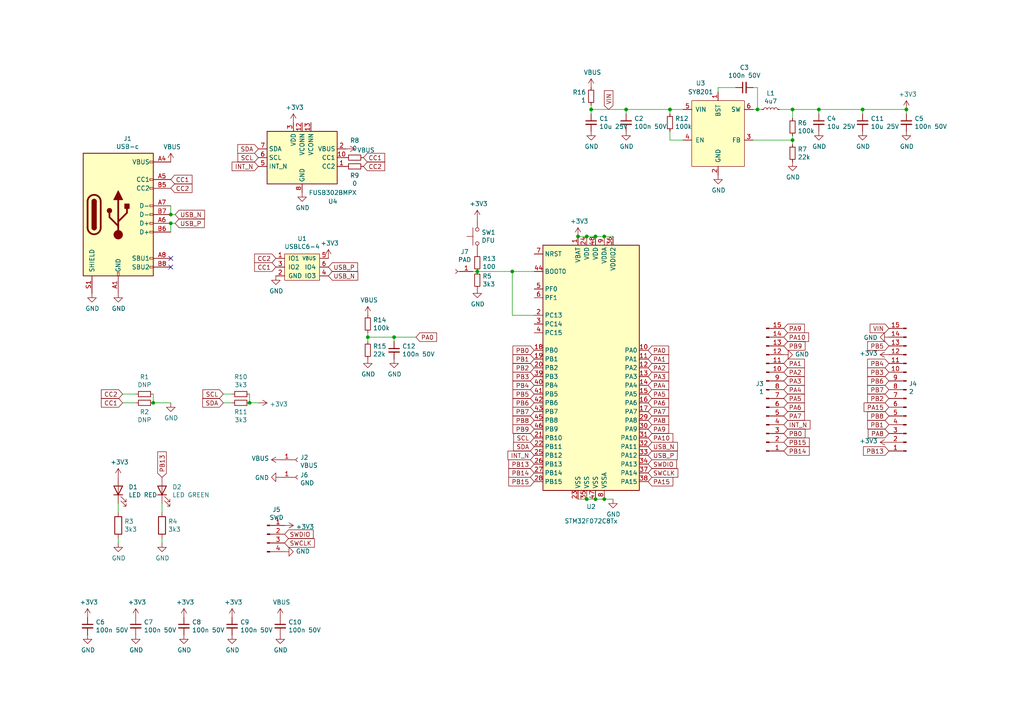
<source format=kicad_sch>
(kicad_sch (version 20211123) (generator eeschema)
  (paper "A4")
  (lib_symbols
    (symbol "Connector:Conn_01x01_Female" (pin_names (offset 1.016) hide)
      (property "Reference" "J" (at 0 2.54 0))
      (property "Value" "Conn_01x01_Female" (at 0 -2.54 0))
      (symbol "Conn_01x01_Female_1_1"
        (polyline (pts (xy -1.27 0) (xy -0.508 0)) (stroke (width 0.1524)))
        (arc (start 0 0.508) (mid -0.508 0) (end 0 -0.508) (stroke (width 0.1524)))
        (pin passive line (at -5.08 0 0) (length 3.81) (name "Pin_1") (number "1"))
      )
    )
    (symbol "Connector:Conn_01x04_Male" (pin_names (offset 1.016) hide)
      (property "Reference" "J" (at 0 5.08 0))
      (property "Value" "Conn_01x04_Male" (at 0 -7.62 0))
      (symbol "Conn_01x04_Male_1_1"
        (polyline (pts (xy 1.27 -5.08) (xy 0.8636 -5.08)) (stroke (width 0.1524)))
        (polyline (pts (xy 1.27 -2.54) (xy 0.8636 -2.54)) (stroke (width 0.1524)))
        (polyline (pts (xy 1.27 0) (xy 0.8636 0)) (stroke (width 0.1524)))
        (polyline (pts (xy 1.27 2.54) (xy 0.8636 2.54)) (stroke (width 0.1524)))
        (rectangle (start 0.8636 -4.953) (end 0 -5.207) (stroke (width 0.1524)) (fill (type outline)))
        (rectangle (start 0.8636 -2.413) (end 0 -2.667) (stroke (width 0.1524)) (fill (type outline)))
        (rectangle (start 0.8636 0.127) (end 0 -0.127) (stroke (width 0.1524)) (fill (type outline)))
        (rectangle (start 0.8636 2.667) (end 0 2.413) (stroke (width 0.1524)) (fill (type outline)))
        (pin passive line (at 5.08 2.54 180) (length 3.81) (name "Pin_1") (number "1"))
        (pin passive line (at 5.08 0 180) (length 3.81) (name "Pin_2") (number "2"))
        (pin passive line (at 5.08 -2.54 180) (length 3.81) (name "Pin_3") (number "3"))
        (pin passive line (at 5.08 -5.08 180) (length 3.81) (name "Pin_4") (number "4"))
      )
    )
    (symbol "Connector:Conn_01x15_Male" (pin_names (offset 1.016) hide)
      (property "Reference" "J" (at 0 20.32 0))
      (property "Value" "Conn_01x15_Male" (at 0 -20.32 0))
      (symbol "Conn_01x15_Male_1_1"
        (polyline (pts (xy 1.27 -17.78) (xy 0.8636 -17.78)) (stroke (width 0.1524)))
        (polyline (pts (xy 1.27 -15.24) (xy 0.8636 -15.24)) (stroke (width 0.1524)))
        (polyline (pts (xy 1.27 -12.7) (xy 0.8636 -12.7)) (stroke (width 0.1524)))
        (polyline (pts (xy 1.27 -10.16) (xy 0.8636 -10.16)) (stroke (width 0.1524)))
        (polyline (pts (xy 1.27 -7.62) (xy 0.8636 -7.62)) (stroke (width 0.1524)))
        (polyline (pts (xy 1.27 -5.08) (xy 0.8636 -5.08)) (stroke (width 0.1524)))
        (polyline (pts (xy 1.27 -2.54) (xy 0.8636 -2.54)) (stroke (width 0.1524)))
        (polyline (pts (xy 1.27 0) (xy 0.8636 0)) (stroke (width 0.1524)))
        (polyline (pts (xy 1.27 2.54) (xy 0.8636 2.54)) (stroke (width 0.1524)))
        (polyline (pts (xy 1.27 5.08) (xy 0.8636 5.08)) (stroke (width 0.1524)))
        (polyline (pts (xy 1.27 7.62) (xy 0.8636 7.62)) (stroke (width 0.1524)))
        (polyline (pts (xy 1.27 10.16) (xy 0.8636 10.16)) (stroke (width 0.1524)))
        (polyline (pts (xy 1.27 12.7) (xy 0.8636 12.7)) (stroke (width 0.1524)))
        (polyline (pts (xy 1.27 15.24) (xy 0.8636 15.24)) (stroke (width 0.1524)))
        (polyline (pts (xy 1.27 17.78) (xy 0.8636 17.78)) (stroke (width 0.1524)))
        (rectangle (start 0.8636 -17.653) (end 0 -17.907) (stroke (width 0.1524)) (fill (type outline)))
        (rectangle (start 0.8636 -15.113) (end 0 -15.367) (stroke (width 0.1524)) (fill (type outline)))
        (rectangle (start 0.8636 -12.573) (end 0 -12.827) (stroke (width 0.1524)) (fill (type outline)))
        (rectangle (start 0.8636 -10.033) (end 0 -10.287) (stroke (width 0.1524)) (fill (type outline)))
        (rectangle (start 0.8636 -7.493) (end 0 -7.747) (stroke (width 0.1524)) (fill (type outline)))
        (rectangle (start 0.8636 -4.953) (end 0 -5.207) (stroke (width 0.1524)) (fill (type outline)))
        (rectangle (start 0.8636 -2.413) (end 0 -2.667) (stroke (width 0.1524)) (fill (type outline)))
        (rectangle (start 0.8636 0.127) (end 0 -0.127) (stroke (width 0.1524)) (fill (type outline)))
        (rectangle (start 0.8636 2.667) (end 0 2.413) (stroke (width 0.1524)) (fill (type outline)))
        (rectangle (start 0.8636 5.207) (end 0 4.953) (stroke (width 0.1524)) (fill (type outline)))
        (rectangle (start 0.8636 7.747) (end 0 7.493) (stroke (width 0.1524)) (fill (type outline)))
        (rectangle (start 0.8636 10.287) (end 0 10.033) (stroke (width 0.1524)) (fill (type outline)))
        (rectangle (start 0.8636 12.827) (end 0 12.573) (stroke (width 0.1524)) (fill (type outline)))
        (rectangle (start 0.8636 15.367) (end 0 15.113) (stroke (width 0.1524)) (fill (type outline)))
        (rectangle (start 0.8636 17.907) (end 0 17.653) (stroke (width 0.1524)) (fill (type outline)))
        (pin passive line (at 5.08 17.78 180) (length 3.81) (name "Pin_1") (number "1"))
        (pin passive line (at 5.08 -5.08 180) (length 3.81) (name "Pin_10") (number "10"))
        (pin passive line (at 5.08 -7.62 180) (length 3.81) (name "Pin_11") (number "11"))
        (pin passive line (at 5.08 -10.16 180) (length 3.81) (name "Pin_12") (number "12"))
        (pin passive line (at 5.08 -12.7 180) (length 3.81) (name "Pin_13") (number "13"))
        (pin passive line (at 5.08 -15.24 180) (length 3.81) (name "Pin_14") (number "14"))
        (pin passive line (at 5.08 -17.78 180) (length 3.81) (name "Pin_15") (number "15"))
        (pin passive line (at 5.08 15.24 180) (length 3.81) (name "Pin_2") (number "2"))
        (pin passive line (at 5.08 12.7 180) (length 3.81) (name "Pin_3") (number "3"))
        (pin passive line (at 5.08 10.16 180) (length 3.81) (name "Pin_4") (number "4"))
        (pin passive line (at 5.08 7.62 180) (length 3.81) (name "Pin_5") (number "5"))
        (pin passive line (at 5.08 5.08 180) (length 3.81) (name "Pin_6") (number "6"))
        (pin passive line (at 5.08 2.54 180) (length 3.81) (name "Pin_7") (number "7"))
        (pin passive line (at 5.08 0 180) (length 3.81) (name "Pin_8") (number "8"))
        (pin passive line (at 5.08 -2.54 180) (length 3.81) (name "Pin_9") (number "9"))
      )
    )
    (symbol "Connector:USB_C_Receptacle_USB2.0" (pin_names (offset 1.016))
      (property "Reference" "J" (at -10.16 19.05 0))
      (property "Value" "USB_C_Receptacle_USB2.0" (at 19.05 19.05 0))
      (symbol "USB_C_Receptacle_USB2.0_0_0"
        (rectangle (start -0.254 -17.78) (end 0.254 -16.764))
        (rectangle (start 10.16 -14.986) (end 9.144 -15.494))
        (rectangle (start 10.16 -12.446) (end 9.144 -12.954))
        (rectangle (start 10.16 -4.826) (end 9.144 -5.334))
        (rectangle (start 10.16 -2.286) (end 9.144 -2.794))
        (rectangle (start 10.16 0.254) (end 9.144 -0.254))
        (rectangle (start 10.16 2.794) (end 9.144 2.286))
        (rectangle (start 10.16 7.874) (end 9.144 7.366))
        (rectangle (start 10.16 10.414) (end 9.144 9.906))
        (rectangle (start 10.16 15.494) (end 9.144 14.986))
      )
      (symbol "USB_C_Receptacle_USB2.0_0_1"
        (rectangle (start -10.16 17.78) (end 10.16 -17.78) (stroke (width 0.254)) (fill (type background)))
        (arc (start -8.89 -3.81) (mid -6.985 -5.715) (end -5.08 -3.81) (stroke (width 0.508)))
        (arc (start -7.62 -3.81) (mid -6.985 -4.445) (end -6.35 -3.81) (stroke (width 0.254)))
        (arc (start -7.62 -3.81) (mid -6.985 -4.445) (end -6.35 -3.81) (stroke (width 0.254)) (fill (type outline)))
        (rectangle (start -7.62 -3.81) (end -6.35 3.81) (stroke (width 0.254)) (fill (type outline)))
        (arc (start -6.35 3.81) (mid -6.985 4.445) (end -7.62 3.81) (stroke (width 0.254)))
        (arc (start -6.35 3.81) (mid -6.985 4.445) (end -7.62 3.81) (stroke (width 0.254)) (fill (type outline)))
        (arc (start -5.08 3.81) (mid -6.985 5.715) (end -8.89 3.81) (stroke (width 0.508)))
        (circle (center -2.54 1.143) (radius 0.635) (stroke (width 0.254)) (fill (type outline)))
        (circle (center 0 -5.842) (radius 1.27) (fill (type outline)))
        (polyline (pts (xy -8.89 -3.81) (xy -8.89 3.81)) (stroke (width 0.508)))
        (polyline (pts (xy -5.08 3.81) (xy -5.08 -3.81)) (stroke (width 0.508)))
        (polyline (pts (xy 0 -5.842) (xy 0 4.318)) (stroke (width 0.508)))
        (polyline (pts (xy 0 -3.302) (xy -2.54 -0.762) (xy -2.54 0.508)) (stroke (width 0.508)))
        (polyline (pts (xy 0 -2.032) (xy 2.54 0.508) (xy 2.54 1.778)) (stroke (width 0.508)))
        (polyline (pts (xy -1.27 4.318) (xy 0 6.858) (xy 1.27 4.318) (xy -1.27 4.318)) (stroke (width 0.254)) (fill (type outline)))
        (rectangle (start 1.905 1.778) (end 3.175 3.048) (stroke (width 0.254)) (fill (type outline)))
      )
      (symbol "USB_C_Receptacle_USB2.0_1_1"
        (pin passive line (at 0 -22.86 90) (length 5.08) (name "GND") (number "A1"))
        (pin passive line (at 0 -22.86 90) (length 5.08) hide (name "GND") (number "A12"))
        (pin passive line (at 15.24 15.24 180) (length 5.08) (name "VBUS") (number "A4"))
        (pin bidirectional line (at 15.24 10.16 180) (length 5.08) (name "CC1") (number "A5"))
        (pin bidirectional line (at 15.24 -2.54 180) (length 5.08) (name "D+") (number "A6"))
        (pin bidirectional line (at 15.24 2.54 180) (length 5.08) (name "D-") (number "A7"))
        (pin bidirectional line (at 15.24 -12.7 180) (length 5.08) (name "SBU1") (number "A8"))
        (pin passive line (at 15.24 15.24 180) (length 5.08) hide (name "VBUS") (number "A9"))
        (pin passive line (at 0 -22.86 90) (length 5.08) hide (name "GND") (number "B1"))
        (pin passive line (at 0 -22.86 90) (length 5.08) hide (name "GND") (number "B12"))
        (pin passive line (at 15.24 15.24 180) (length 5.08) hide (name "VBUS") (number "B4"))
        (pin bidirectional line (at 15.24 7.62 180) (length 5.08) (name "CC2") (number "B5"))
        (pin bidirectional line (at 15.24 -5.08 180) (length 5.08) (name "D+") (number "B6"))
        (pin bidirectional line (at 15.24 0 180) (length 5.08) (name "D-") (number "B7"))
        (pin bidirectional line (at 15.24 -15.24 180) (length 5.08) (name "SBU2") (number "B8"))
        (pin passive line (at 15.24 15.24 180) (length 5.08) hide (name "VBUS") (number "B9"))
        (pin passive line (at -7.62 -22.86 90) (length 5.08) (name "SHIELD") (number "S1"))
      )
    )
    (symbol "Device:C_Small" (pin_numbers hide) (pin_names (offset 0.254) hide)
      (property "Reference" "C" (at 0.254 1.778 0))
      (property "Value" "C_Small" (at 0.254 -2.032 0))
      (symbol "C_Small_0_1"
        (polyline (pts (xy -1.524 -0.508) (xy 1.524 -0.508)) (stroke (width 0.3302)))
        (polyline (pts (xy -1.524 0.508) (xy 1.524 0.508)) (stroke (width 0.3048)))
      )
      (symbol "C_Small_1_1"
        (pin passive line (at 0 2.54 270) (length 2.032) (name "~") (number "1"))
        (pin passive line (at 0 -2.54 90) (length 2.032) (name "~") (number "2"))
      )
    )
    (symbol "Device:LED" (pin_numbers hide) (pin_names (offset 1.016) hide)
      (property "Reference" "D" (at 0 2.54 0))
      (property "Value" "LED" (at 0 -2.54 0))
      (symbol "LED_0_1"
        (polyline (pts (xy -1.27 -1.27) (xy -1.27 1.27)) (stroke (width 0.254)))
        (polyline (pts (xy -1.27 0) (xy 1.27 0)))
        (polyline (pts (xy 1.27 -1.27) (xy 1.27 1.27) (xy -1.27 0) (xy 1.27 -1.27)) (stroke (width 0.254)))
        (polyline (pts (xy -3.048 -0.762) (xy -4.572 -2.286) (xy -3.81 -2.286) (xy -4.572 -2.286) (xy -4.572 -1.524)))
        (polyline (pts (xy -1.778 -0.762) (xy -3.302 -2.286) (xy -2.54 -2.286) (xy -3.302 -2.286) (xy -3.302 -1.524)))
      )
      (symbol "LED_1_1"
        (pin passive line (at -3.81 0 0) (length 2.54) (name "K") (number "1"))
        (pin passive line (at 3.81 0 180) (length 2.54) (name "A") (number "2"))
      )
    )
    (symbol "Device:L_Small" (pin_numbers hide) (pin_names (offset 0.254) hide)
      (property "Reference" "L" (at 0.762 1.016 0))
      (property "Value" "L_Small" (at 0.762 -1.016 0))
      (symbol "L_Small_0_1"
        (arc (start 0 -2.032) (mid 0.508 -1.524) (end 0 -1.016))
        (arc (start 0 -1.016) (mid 0.508 -0.508) (end 0 0))
        (arc (start 0 0) (mid 0.508 0.508) (end 0 1.016))
        (arc (start 0 1.016) (mid 0.508 1.524) (end 0 2.032))
      )
      (symbol "L_Small_1_1"
        (pin passive line (at 0 2.54 270) (length 0.508) (name "~") (number "1"))
        (pin passive line (at 0 -2.54 90) (length 0.508) (name "~") (number "2"))
      )
    )
    (symbol "Device:R" (pin_numbers hide) (pin_names (offset 0))
      (property "Reference" "R" (at 2.032 0 90))
      (property "Value" "R" (at 0 0 90))
      (symbol "R_0_1"
        (rectangle (start -1.016 -2.54) (end 1.016 2.54) (stroke (width 0.254)))
      )
      (symbol "R_1_1"
        (pin passive line (at 0 3.81 270) (length 1.27) (name "~") (number "1"))
        (pin passive line (at 0 -3.81 90) (length 1.27) (name "~") (number "2"))
      )
    )
    (symbol "Device:R_Small" (pin_numbers hide) (pin_names (offset 0.254) hide)
      (property "Reference" "R" (at 0.762 0.508 0))
      (property "Value" "R_Small" (at 0.762 -1.016 0))
      (symbol "R_Small_0_1"
        (rectangle (start -0.762 1.778) (end 0.762 -1.778) (stroke (width 0.2032)))
      )
      (symbol "R_Small_1_1"
        (pin passive line (at 0 2.54 270) (length 0.762) (name "~") (number "1"))
        (pin passive line (at 0 -2.54 90) (length 0.762) (name "~") (number "2"))
      )
    )
    (symbol "Interface_USB:FUSB302BMPX"
      (property "Reference" "U" (at -10.16 8.89 0))
      (property "Value" "FUSB302BMPX" (at 3.81 8.89 0))
      (symbol "FUSB302BMPX_0_1"
        (rectangle (start -10.16 7.62) (end 10.16 -7.62) (stroke (width 0.254)) (fill (type background)))
      )
      (symbol "FUSB302BMPX_1_1"
        (pin bidirectional line (at 12.7 -2.54 180) (length 2.54) (name "CC2") (number "1"))
        (pin bidirectional line (at 12.7 0 180) (length 2.54) (name "CC1") (number "10"))
        (pin bidirectional line (at 12.7 0 180) (length 2.54) hide (name "CC1") (number "11"))
        (pin power_in line (at 0 10.16 270) (length 2.54) (name "VCONN") (number "12"))
        (pin power_in line (at 2.54 10.16 270) (length 2.54) (name "VCONN") (number "13"))
        (pin bidirectional line (at 12.7 -2.54 180) (length 2.54) hide (name "CC2") (number "14"))
        (pin passive line (at 0 -10.16 90) (length 2.54) hide (name "GND") (number "15"))
        (pin input line (at 12.7 2.54 180) (length 2.54) (name "VBUS") (number "2"))
        (pin power_in line (at -2.54 10.16 270) (length 2.54) (name "VDD") (number "3"))
        (pin passive line (at -2.54 10.16 270) (length 2.54) hide (name "VDD") (number "4"))
        (pin open_collector line (at -12.7 -2.54 0) (length 2.54) (name "INT_N") (number "5"))
        (pin input line (at -12.7 0 0) (length 2.54) (name "SCL") (number "6"))
        (pin bidirectional line (at -12.7 2.54 0) (length 2.54) (name "SDA") (number "7"))
        (pin power_in line (at 0 -10.16 90) (length 2.54) (name "GND") (number "8"))
        (pin passive line (at 0 -10.16 90) (length 2.54) hide (name "GND") (number "9"))
      )
    )
    (symbol "MCU_ST_STM32F0:STM32F072C8Tx"
      (property "Reference" "U" (at -15.24 36.83 0))
      (property "Value" "STM32F072C8Tx" (at 7.62 36.83 0))
      (symbol "STM32F072C8Tx_0_1"
        (rectangle (start -15.24 -35.56) (end 12.7 35.56) (stroke (width 0.254)) (fill (type background)))
      )
      (symbol "STM32F072C8Tx_1_1"
        (pin power_in line (at -5.08 38.1 270) (length 2.54) (name "VBAT") (number "1"))
        (pin bidirectional line (at 15.24 5.08 180) (length 2.54) (name "PA0") (number "10"))
        (pin bidirectional line (at 15.24 2.54 180) (length 2.54) (name "PA1") (number "11"))
        (pin bidirectional line (at 15.24 0 180) (length 2.54) (name "PA2") (number "12"))
        (pin bidirectional line (at 15.24 -2.54 180) (length 2.54) (name "PA3") (number "13"))
        (pin bidirectional line (at 15.24 -5.08 180) (length 2.54) (name "PA4") (number "14"))
        (pin bidirectional line (at 15.24 -7.62 180) (length 2.54) (name "PA5") (number "15"))
        (pin bidirectional line (at 15.24 -10.16 180) (length 2.54) (name "PA6") (number "16"))
        (pin bidirectional line (at 15.24 -12.7 180) (length 2.54) (name "PA7") (number "17"))
        (pin bidirectional line (at -17.78 5.08 0) (length 2.54) (name "PB0") (number "18"))
        (pin bidirectional line (at -17.78 2.54 0) (length 2.54) (name "PB1") (number "19"))
        (pin bidirectional line (at -17.78 15.24 0) (length 2.54) (name "PC13") (number "2"))
        (pin bidirectional line (at -17.78 0 0) (length 2.54) (name "PB2") (number "20"))
        (pin bidirectional line (at -17.78 -20.32 0) (length 2.54) (name "PB10") (number "21"))
        (pin bidirectional line (at -17.78 -22.86 0) (length 2.54) (name "PB11") (number "22"))
        (pin power_in line (at -5.08 -38.1 90) (length 2.54) (name "VSS") (number "23"))
        (pin power_in line (at -2.54 38.1 270) (length 2.54) (name "VDD") (number "24"))
        (pin bidirectional line (at -17.78 -25.4 0) (length 2.54) (name "PB12") (number "25"))
        (pin bidirectional line (at -17.78 -27.94 0) (length 2.54) (name "PB13") (number "26"))
        (pin bidirectional line (at -17.78 -30.48 0) (length 2.54) (name "PB14") (number "27"))
        (pin bidirectional line (at -17.78 -33.02 0) (length 2.54) (name "PB15") (number "28"))
        (pin bidirectional line (at 15.24 -15.24 180) (length 2.54) (name "PA8") (number "29"))
        (pin bidirectional line (at -17.78 12.7 0) (length 2.54) (name "PC14") (number "3"))
        (pin bidirectional line (at 15.24 -17.78 180) (length 2.54) (name "PA9") (number "30"))
        (pin bidirectional line (at 15.24 -20.32 180) (length 2.54) (name "PA10") (number "31"))
        (pin bidirectional line (at 15.24 -22.86 180) (length 2.54) (name "PA11") (number "32"))
        (pin bidirectional line (at 15.24 -25.4 180) (length 2.54) (name "PA12") (number "33"))
        (pin bidirectional line (at 15.24 -27.94 180) (length 2.54) (name "PA13") (number "34"))
        (pin power_in line (at -2.54 -38.1 90) (length 2.54) (name "VSS") (number "35"))
        (pin power_in line (at 5.08 38.1 270) (length 2.54) (name "VDDIO2") (number "36"))
        (pin bidirectional line (at 15.24 -30.48 180) (length 2.54) (name "PA14") (number "37"))
        (pin bidirectional line (at 15.24 -33.02 180) (length 2.54) (name "PA15") (number "38"))
        (pin bidirectional line (at -17.78 -2.54 0) (length 2.54) (name "PB3") (number "39"))
        (pin bidirectional line (at -17.78 10.16 0) (length 2.54) (name "PC15") (number "4"))
        (pin bidirectional line (at -17.78 -5.08 0) (length 2.54) (name "PB4") (number "40"))
        (pin bidirectional line (at -17.78 -7.62 0) (length 2.54) (name "PB5") (number "41"))
        (pin bidirectional line (at -17.78 -10.16 0) (length 2.54) (name "PB6") (number "42"))
        (pin bidirectional line (at -17.78 -12.7 0) (length 2.54) (name "PB7") (number "43"))
        (pin input line (at -17.78 27.94 0) (length 2.54) (name "BOOT0") (number "44"))
        (pin bidirectional line (at -17.78 -15.24 0) (length 2.54) (name "PB8") (number "45"))
        (pin bidirectional line (at -17.78 -17.78 0) (length 2.54) (name "PB9") (number "46"))
        (pin power_in line (at 0 -38.1 90) (length 2.54) (name "VSS") (number "47"))
        (pin power_in line (at 0 38.1 270) (length 2.54) (name "VDD") (number "48"))
        (pin input line (at -17.78 22.86 0) (length 2.54) (name "PF0") (number "5"))
        (pin input line (at -17.78 20.32 0) (length 2.54) (name "PF1") (number "6"))
        (pin input line (at -17.78 33.02 0) (length 2.54) (name "NRST") (number "7"))
        (pin power_in line (at 2.54 -38.1 90) (length 2.54) (name "VSSA") (number "8"))
        (pin power_in line (at 2.54 38.1 270) (length 2.54) (name "VDDA") (number "9"))
      )
    )
    (symbol "Switch:SW_Push" (pin_numbers hide) (pin_names (offset 1.016) hide)
      (property "Reference" "SW" (at 1.27 2.54 0))
      (property "Value" "SW_Push" (at 0 -1.524 0))
      (symbol "SW_Push_0_1"
        (circle (center -2.032 0) (radius 0.508))
        (polyline (pts (xy 0 1.27) (xy 0 3.048)))
        (polyline (pts (xy 2.54 1.27) (xy -2.54 1.27)))
        (circle (center 2.032 0) (radius 0.508))
        (pin passive line (at -5.08 0 0) (length 2.54) (name "1") (number "1"))
        (pin passive line (at 5.08 0 180) (length 2.54) (name "2") (number "2"))
      )
    )
    (symbol "otter:JW5026" (pin_names (offset 1.016))
      (property "Reference" "U" (at 3.81 11.43 0))
      (property "Value" "JW5026" (at 3.81 15.24 0))
      (symbol "JW5026_0_1"
        (rectangle (start -7.62 8.89) (end 7.62 -10.16) (fill (type background)))
      )
      (symbol "JW5026_1_1"
        (pin input line (at 0 11.43 270) (length 2.54) (name "BST") (number "1"))
        (pin input line (at 0 -12.7 90) (length 2.54) (name "GND") (number "2"))
        (pin input line (at 10.16 -2.54 180) (length 2.54) (name "FB") (number "3"))
        (pin input line (at -10.16 -2.54 0) (length 2.54) (name "EN") (number "4"))
        (pin input line (at -10.16 6.35 0) (length 2.54) (name "VIN") (number "5"))
        (pin input line (at 10.16 6.35 180) (length 2.54) (name "SW") (number "6"))
      )
    )
    (symbol "otter:otter_USBLC6-4" (pin_names (offset 1.016))
      (property "Reference" "U" (at 0 7.62 0))
      (property "Value" "otter_USBLC6-4" (at 0 5.08 0))
      (symbol "otter_USBLC6-4_0_1"
        (rectangle (start -5.08 3.81) (end 5.08 -3.81) (fill (type background)))
      )
      (symbol "otter_USBLC6-4_1_1"
        (pin input line (at -7.62 2.54 0) (length 2.54) (name "IO1") (number "1"))
        (pin input line (at -7.62 -2.54 0) (length 2.54) (name "GND") (number "2"))
        (pin input line (at -7.62 0 0) (length 2.54) (name "IO2") (number "3"))
        (pin input line (at 7.62 -2.54 180) (length 2.54) (name "IO3") (number "4"))
        (pin input line (at 7.62 2.54 180) (length 2.54) (name "VBUS") (number "5"))
        (pin input line (at 7.62 0 180) (length 2.54) (name "IO4") (number "6"))
      )
    )
    (symbol "power:+3.3V" (power) (pin_names (offset 0))
      (property "Value" "+3.3V" (at 0 3.556 0))
      (symbol "+3.3V_0_1"
        (polyline (pts (xy -0.762 1.27) (xy 0 2.54)))
        (polyline (pts (xy 0 0) (xy 0 2.54)))
        (polyline (pts (xy 0 2.54) (xy 0.762 1.27)))
      )
      (symbol "+3.3V_1_1"
        (pin power_in line (at 0 0 90) (length 0) hide (name "+3V3") (number "1"))
      )
    )
    (symbol "power:+3V3" (power) (pin_names (offset 0))
      (property "Value" "+3V3" (at 0 3.556 0))
      (symbol "+3V3_0_1"
        (polyline (pts (xy -0.762 1.27) (xy 0 2.54)))
        (polyline (pts (xy 0 0) (xy 0 2.54)))
        (polyline (pts (xy 0 2.54) (xy 0.762 1.27)))
      )
      (symbol "+3V3_1_1"
        (pin power_in line (at 0 0 90) (length 0) hide (name "+3V3") (number "1"))
      )
    )
    (symbol "power:GND" (power) (pin_names (offset 0))
      (property "Value" "GND" (at 0 -3.81 0))
      (symbol "GND_0_1"
        (polyline (pts (xy 0 0) (xy 0 -1.27) (xy 1.27 -1.27) (xy 0 -2.54) (xy -1.27 -1.27) (xy 0 -1.27)))
      )
      (symbol "GND_1_1"
        (pin power_in line (at 0 0 270) (length 0) hide (name "GND") (number "1"))
      )
    )
    (symbol "power:VBUS" (power) (pin_names (offset 0))
      (property "Value" "VBUS" (at 0 3.81 0))
      (symbol "VBUS_0_1"
        (polyline (pts (xy -0.762 1.27) (xy 0 2.54)))
        (polyline (pts (xy 0 0) (xy 0 2.54)))
        (polyline (pts (xy 0 2.54) (xy 0.762 1.27)))
      )
      (symbol "VBUS_1_1"
        (pin power_in line (at 0 0 90) (length 0) hide (name "VBUS") (number "1"))
      )
    )
  )
  (junction (at 49.53 64.77))
  (junction (at 167.64 68.58))
  (junction (at 175.26 144.78))
  (junction (at 262.89 31.75))
  (junction (at 49.53 62.23))
  (junction (at 172.72 68.58))
  (junction (at 138.43 78.74))
  (junction (at 175.26 68.58))
  (junction (at 219.71 31.75))
  (junction (at 106.68 97.79))
  (junction (at 114.3 97.79))
  (junction (at 170.18 68.58))
  (junction (at 237.49 31.75))
  (junction (at 44.45 116.84))
  (junction (at 148.59 78.74))
  (junction (at 170.18 144.78))
  (junction (at 172.72 144.78))
  (junction (at 72.39 116.84))
  (junction (at 229.87 40.64))
  (junction (at 181.61 31.75))
  (junction (at 194.31 31.75))
  (junction (at 229.87 31.75))
  (junction (at 250.19 31.75))
  (junction (at 171.45 31.75))
  (no_connect (at 49.53 77.47))
  (no_connect (at 49.53 74.93))
  (wire (pts (xy 148.59 91.44) (xy 148.59 78.74)))
  (wire (pts (xy 172.72 144.78) (xy 170.18 144.78)))
  (wire (pts (xy 181.61 33.02) (xy 181.61 31.75)))
  (wire (pts (xy 170.18 144.78) (xy 167.64 144.78)))
  (wire (pts (xy 229.87 41.91) (xy 229.87 40.64)))
  (wire (pts (xy 46.99 157.48) (xy 46.99 156.21)))
  (wire (pts (xy 171.45 31.75) (xy 171.45 30.48)))
  (wire (pts (xy 49.53 59.69) (xy 49.53 62.23)))
  (wire (pts (xy 208.28 25.4) (xy 208.28 26.67)))
  (wire (pts (xy 49.53 64.77) (xy 50.8 64.77)))
  (wire (pts (xy 154.94 78.74) (xy 148.59 78.74)))
  (wire (pts (xy 72.39 116.84) (xy 74.93 116.84)))
  (wire (pts (xy 171.45 31.75) (xy 181.61 31.75)))
  (wire (pts (xy 194.31 31.75) (xy 198.12 31.75)))
  (wire (pts (xy 262.89 33.02) (xy 262.89 31.75)))
  (wire (pts (xy 114.3 97.79) (xy 114.3 99.06)))
  (wire (pts (xy 218.44 40.64) (xy 229.87 40.64)))
  (wire (pts (xy 218.44 31.75) (xy 219.71 31.75)))
  (wire (pts (xy 172.72 68.58) (xy 170.18 68.58)))
  (wire (pts (xy 67.31 116.84) (xy 64.77 116.84)))
  (wire (pts (xy 250.19 33.02) (xy 250.19 31.75)))
  (wire (pts (xy 35.56 114.3) (xy 39.37 114.3)))
  (wire (pts (xy 72.39 114.3) (xy 72.39 116.84)))
  (wire (pts (xy 175.26 144.78) (xy 177.8 144.78)))
  (wire (pts (xy 213.36 25.4) (xy 208.28 25.4)))
  (wire (pts (xy 226.06 31.75) (xy 229.87 31.75)))
  (wire (pts (xy 120.65 97.79) (xy 114.3 97.79)))
  (wire (pts (xy 175.26 144.78) (xy 172.72 144.78)))
  (wire (pts (xy 237.49 33.02) (xy 237.49 31.75)))
  (wire (pts (xy 34.29 148.59) (xy 34.29 146.05)))
  (wire (pts (xy 106.68 97.79) (xy 106.68 96.52)))
  (wire (pts (xy 44.45 114.3) (xy 44.45 116.84)))
  (wire (pts (xy 50.8 62.23) (xy 49.53 62.23)))
  (wire (pts (xy 229.87 31.75) (xy 229.87 34.29)))
  (wire (pts (xy 229.87 40.64) (xy 229.87 39.37)))
  (wire (pts (xy 219.71 31.75) (xy 219.71 25.4)))
  (wire (pts (xy 171.45 33.02) (xy 171.45 31.75)))
  (wire (pts (xy 64.77 114.3) (xy 67.31 114.3)))
  (wire (pts (xy 194.31 31.75) (xy 194.31 33.02)))
  (wire (pts (xy 137.16 78.74) (xy 138.43 78.74)))
  (wire (pts (xy 219.71 31.75) (xy 220.98 31.75)))
  (wire (pts (xy 175.26 68.58) (xy 172.72 68.58)))
  (wire (pts (xy 49.53 116.84) (xy 44.45 116.84)))
  (wire (pts (xy 181.61 31.75) (xy 194.31 31.75)))
  (wire (pts (xy 229.87 31.75) (xy 237.49 31.75)))
  (wire (pts (xy 154.94 91.44) (xy 148.59 91.44)))
  (wire (pts (xy 106.68 97.79) (xy 106.68 99.06)))
  (wire (pts (xy 39.37 116.84) (xy 35.56 116.84)))
  (wire (pts (xy 250.19 31.75) (xy 262.89 31.75)))
  (wire (pts (xy 49.53 67.31) (xy 49.53 64.77)))
  (wire (pts (xy 237.49 31.75) (xy 250.19 31.75)))
  (wire (pts (xy 177.8 68.58) (xy 175.26 68.58)))
  (wire (pts (xy 34.29 157.48) (xy 34.29 156.21)))
  (wire (pts (xy 114.3 97.79) (xy 106.68 97.79)))
  (wire (pts (xy 194.31 40.64) (xy 194.31 38.1)))
  (wire (pts (xy 46.99 148.59) (xy 46.99 146.05)))
  (wire (pts (xy 148.59 78.74) (xy 138.43 78.74)))
  (wire (pts (xy 198.12 40.64) (xy 194.31 40.64)))
  (wire (pts (xy 170.18 68.58) (xy 167.64 68.58)))
  (wire (pts (xy 219.71 25.4) (xy 218.44 25.4)))
  (global_label "PA6" (shape input) (at 187.96 116.84 0) (property "Intersheet References" "${INTERSHEET_REFS}" (effects hide)))
  (global_label "PB14" (shape input) (at 227.33 130.81 0) (property "Intersheet References" "${INTERSHEET_REFS}" (effects hide)))
  (global_label "CC1" (shape input) (at 80.01 77.47 180) (property "Intersheet References" "${INTERSHEET_REFS}" (effects hide)))
  (global_label "CC2" (shape input) (at 80.01 74.93 180) (property "Intersheet References" "${INTERSHEET_REFS}" (effects hide)))
  (global_label "PB6" (shape input) (at 257.81 110.49 180) (property "Intersheet References" "${INTERSHEET_REFS}" (effects hide)))
  (global_label "PB5" (shape input) (at 257.81 100.33 180) (property "Intersheet References" "${INTERSHEET_REFS}" (effects hide)))
  (global_label "PA3" (shape input) (at 227.33 110.49 0) (property "Intersheet References" "${INTERSHEET_REFS}" (effects hide)))
  (global_label "CC2" (shape input) (at 105.41 48.26 0) (property "Intersheet References" "${INTERSHEET_REFS}" (effects hide)))
  (global_label "PA10" (shape input) (at 227.33 97.79 0) (property "Intersheet References" "${INTERSHEET_REFS}" (effects hide)))
  (global_label "USB_P" (shape input) (at 50.8 64.77 0) (property "Intersheet References" "${INTERSHEET_REFS}" (effects hide)))
  (global_label "USB_N" (shape input) (at 187.96 129.54 0) (property "Intersheet References" "${INTERSHEET_REFS}" (effects hide)))
  (global_label "PB3" (shape input) (at 154.94 109.22 180) (property "Intersheet References" "${INTERSHEET_REFS}" (effects hide)))
  (global_label "SDA" (shape input) (at 64.77 116.84 180) (property "Intersheet References" "${INTERSHEET_REFS}" (effects hide)))
  (global_label "PA0" (shape input) (at 187.96 101.6 0) (property "Intersheet References" "${INTERSHEET_REFS}" (effects hide)))
  (global_label "SCL" (shape input) (at 74.93 45.72 180) (property "Intersheet References" "${INTERSHEET_REFS}" (effects hide)))
  (global_label "PB9" (shape input) (at 154.94 124.46 180) (property "Intersheet References" "${INTERSHEET_REFS}" (effects hide)))
  (global_label "PA7" (shape input) (at 187.96 119.38 0) (property "Intersheet References" "${INTERSHEET_REFS}" (effects hide)))
  (global_label "PA5" (shape input) (at 187.96 114.3 0) (property "Intersheet References" "${INTERSHEET_REFS}" (effects hide)))
  (global_label "PB8" (shape input) (at 154.94 121.92 180) (property "Intersheet References" "${INTERSHEET_REFS}" (effects hide)))
  (global_label "PB7" (shape input) (at 257.81 113.03 180) (property "Intersheet References" "${INTERSHEET_REFS}" (effects hide)))
  (global_label "VIN" (shape input) (at 176.53 31.75 90) (property "Intersheet References" "${INTERSHEET_REFS}" (effects hide)))
  (global_label "SCL" (shape input) (at 154.94 127 180) (property "Intersheet References" "${INTERSHEET_REFS}" (effects hide)))
  (global_label "INT_N" (shape input) (at 154.94 132.08 180) (property "Intersheet References" "${INTERSHEET_REFS}" (effects hide)))
  (global_label "PA9" (shape input) (at 187.96 124.46 0) (property "Intersheet References" "${INTERSHEET_REFS}" (effects hide)))
  (global_label "PA6" (shape input) (at 227.33 118.11 0) (property "Intersheet References" "${INTERSHEET_REFS}" (effects hide)))
  (global_label "PB7" (shape input) (at 154.94 119.38 180) (property "Intersheet References" "${INTERSHEET_REFS}" (effects hide)))
  (global_label "SDA" (shape input) (at 74.93 43.18 180) (property "Intersheet References" "${INTERSHEET_REFS}" (effects hide)))
  (global_label "INT_N" (shape input) (at 227.33 123.19 0) (property "Intersheet References" "${INTERSHEET_REFS}" (effects hide)))
  (global_label "PA8" (shape input) (at 187.96 121.92 0) (property "Intersheet References" "${INTERSHEET_REFS}" (effects hide)))
  (global_label "PB4" (shape input) (at 154.94 111.76 180) (property "Intersheet References" "${INTERSHEET_REFS}" (effects hide)))
  (global_label "PB0" (shape input) (at 227.33 125.73 0) (property "Intersheet References" "${INTERSHEET_REFS}" (effects hide)))
  (global_label "PB1" (shape input) (at 154.94 104.14 180) (property "Intersheet References" "${INTERSHEET_REFS}" (effects hide)))
  (global_label "PB13" (shape input) (at 46.99 138.43 90) (property "Intersheet References" "${INTERSHEET_REFS}" (effects hide)))
  (global_label "CC1" (shape input) (at 49.53 52.07 0) (property "Intersheet References" "${INTERSHEET_REFS}" (effects hide)))
  (global_label "PA8" (shape input) (at 257.81 125.73 180) (property "Intersheet References" "${INTERSHEET_REFS}" (effects hide)))
  (global_label "PB1" (shape input) (at 257.81 123.19 180) (property "Intersheet References" "${INTERSHEET_REFS}" (effects hide)))
  (global_label "PB2" (shape input) (at 154.94 106.68 180) (property "Intersheet References" "${INTERSHEET_REFS}" (effects hide)))
  (global_label "CC1" (shape input) (at 105.41 45.72 0) (property "Intersheet References" "${INTERSHEET_REFS}" (effects hide)))
  (global_label "PA4" (shape input) (at 227.33 113.03 0) (property "Intersheet References" "${INTERSHEET_REFS}" (effects hide)))
  (global_label "PB14" (shape input) (at 154.94 137.16 180) (property "Intersheet References" "${INTERSHEET_REFS}" (effects hide)))
  (global_label "PB0" (shape input) (at 154.94 101.6 180) (property "Intersheet References" "${INTERSHEET_REFS}" (effects hide)))
  (global_label "PB9" (shape input) (at 227.33 100.33 0) (property "Intersheet References" "${INTERSHEET_REFS}" (effects hide)))
  (global_label "PA1" (shape input) (at 187.96 104.14 0) (property "Intersheet References" "${INTERSHEET_REFS}" (effects hide)))
  (global_label "PA15" (shape input) (at 257.81 118.11 180) (property "Intersheet References" "${INTERSHEET_REFS}" (effects hide)))
  (global_label "PB6" (shape input) (at 154.94 116.84 180) (property "Intersheet References" "${INTERSHEET_REFS}" (effects hide)))
  (global_label "PA9" (shape input) (at 227.33 95.25 0) (property "Intersheet References" "${INTERSHEET_REFS}" (effects hide)))
  (global_label "USB_P" (shape input) (at 187.96 132.08 0) (property "Intersheet References" "${INTERSHEET_REFS}" (effects hide)))
  (global_label "USB_N" (shape input) (at 50.8 62.23 0) (property "Intersheet References" "${INTERSHEET_REFS}" (effects hide)))
  (global_label "PA2" (shape input) (at 187.96 106.68 0) (property "Intersheet References" "${INTERSHEET_REFS}" (effects hide)))
  (global_label "SWCLK" (shape input) (at 187.96 137.16 0) (property "Intersheet References" "${INTERSHEET_REFS}" (effects hide)))
  (global_label "PA10" (shape input) (at 187.96 127 0) (property "Intersheet References" "${INTERSHEET_REFS}" (effects hide)))
  (global_label "VIN" (shape input) (at 257.81 95.25 180) (property "Intersheet References" "${INTERSHEET_REFS}" (effects hide)))
  (global_label "USB_N" (shape input) (at 95.25 80.01 0) (property "Intersheet References" "${INTERSHEET_REFS}" (effects hide)))
  (global_label "CC2" (shape input) (at 35.56 114.3 180) (property "Intersheet References" "${INTERSHEET_REFS}" (effects hide)))
  (global_label "PA4" (shape input) (at 187.96 111.76 0) (property "Intersheet References" "${INTERSHEET_REFS}" (effects hide)))
  (global_label "PB2" (shape input) (at 257.81 115.57 180) (property "Intersheet References" "${INTERSHEET_REFS}" (effects hide)))
  (global_label "PA0" (shape input) (at 120.65 97.79 0) (property "Intersheet References" "${INTERSHEET_REFS}" (effects hide)))
  (global_label "SDA" (shape input) (at 154.94 129.54 180) (property "Intersheet References" "${INTERSHEET_REFS}" (effects hide)))
  (global_label "SWDIO" (shape input) (at 82.55 154.94 0) (property "Intersheet References" "${INTERSHEET_REFS}" (effects hide)))
  (global_label "PB15" (shape input) (at 154.94 139.7 180) (property "Intersheet References" "${INTERSHEET_REFS}" (effects hide)))
  (global_label "SWCLK" (shape input) (at 82.55 157.48 0) (property "Intersheet References" "${INTERSHEET_REFS}" (effects hide)))
  (global_label "SCL" (shape input) (at 64.77 114.3 180) (property "Intersheet References" "${INTERSHEET_REFS}" (effects hide)))
  (global_label "CC2" (shape input) (at 49.53 54.61 0) (property "Intersheet References" "${INTERSHEET_REFS}" (effects hide)))
  (global_label "SWDIO" (shape input) (at 187.96 134.62 0) (property "Intersheet References" "${INTERSHEET_REFS}" (effects hide)))
  (global_label "PB4" (shape input) (at 257.81 105.41 180) (property "Intersheet References" "${INTERSHEET_REFS}" (effects hide)))
  (global_label "PB13" (shape input) (at 154.94 134.62 180) (property "Intersheet References" "${INTERSHEET_REFS}" (effects hide)))
  (global_label "CC1" (shape input) (at 35.56 116.84 180) (property "Intersheet References" "${INTERSHEET_REFS}" (effects hide)))
  (global_label "PA15" (shape input) (at 187.96 139.7 0) (property "Intersheet References" "${INTERSHEET_REFS}" (effects hide)))
  (global_label "PA1" (shape input) (at 227.33 105.41 0) (property "Intersheet References" "${INTERSHEET_REFS}" (effects hide)))
  (global_label "PA7" (shape input) (at 227.33 120.65 0) (property "Intersheet References" "${INTERSHEET_REFS}" (effects hide)))
  (global_label "PA2" (shape input) (at 227.33 107.95 0) (property "Intersheet References" "${INTERSHEET_REFS}" (effects hide)))
  (global_label "PB3" (shape input) (at 257.81 107.95 180) (property "Intersheet References" "${INTERSHEET_REFS}" (effects hide)))
  (global_label "USB_P" (shape input) (at 95.25 77.47 0) (property "Intersheet References" "${INTERSHEET_REFS}" (effects hide)))
  (global_label "PB5" (shape input) (at 154.94 114.3 180) (property "Intersheet References" "${INTERSHEET_REFS}" (effects hide)))
  (global_label "PA3" (shape input) (at 187.96 109.22 0) (property "Intersheet References" "${INTERSHEET_REFS}" (effects hide)))
  (global_label "PA5" (shape input) (at 227.33 115.57 0) (property "Intersheet References" "${INTERSHEET_REFS}" (effects hide)))
  (global_label "PB15" (shape input) (at 227.33 128.27 0) (property "Intersheet References" "${INTERSHEET_REFS}" (effects hide)))
  (global_label "PB13" (shape input) (at 257.81 130.81 180) (property "Intersheet References" "${INTERSHEET_REFS}" (effects hide)))
  (global_label "INT_N" (shape input) (at 74.93 48.26 180) (property "Intersheet References" "${INTERSHEET_REFS}" (effects hide)))
  (global_label "PB8" (shape input) (at 257.81 120.65 180) (property "Intersheet References" "${INTERSHEET_REFS}" (effects hide)))
  (symbol (lib_id "power:GND") (at 177.8 144.78 0) (unit 1)
    (property "Reference" "#PWR0101" (effects hide))
    (property "Value" "GND" (at 177.927 149.1742 0))
  )
  (symbol (lib_id "power:+3V3") (at 167.64 68.58 0) (unit 1)
    (property "Reference" "#PWR0102" (effects hide))
    (property "Value" "+3V3" (at 168.021 64.1858 0))
  )
  (symbol (lib_id "Device:R_Small") (at 138.43 81.28 0) (unit 1)
    (property "Reference" "R5" (at 139.9286 80.1116 0) (effects (justify left)))
    (property "Value" "3k3" (at 139.9286 82.423 0) (effects (justify left)))
    (property "Footprint" "Resistor_SMD:R_0402_1005Metric" (effects hide))
  )
  (symbol (lib_id "power:GND") (at 138.43 83.82 0) (unit 1)
    (property "Reference" "#PWR0103" (effects hide))
    (property "Value" "GND" (at 138.557 88.2142 0))
  )
  (symbol (lib_id "Switch:SW_Push") (at 138.43 68.58 90) (unit 1)
    (property "Reference" "SW1" (at 139.6492 67.4116 90) (effects (justify right)))
    (property "Value" "DFU" (at 139.6492 69.723 90) (effects (justify right)))
    (property "Footprint" "Button_Switch_SMD:SW_SPST_PTS810" (effects hide))
  )
  (symbol (lib_id "power:+3V3") (at 138.43 63.5 0) (unit 1)
    (property "Reference" "#PWR0104" (effects hide))
    (property "Value" "+3V3" (at 138.811 59.1058 0))
  )
  (symbol (lib_id "Connector:USB_C_Receptacle_USB2.0") (at 34.29 62.23 0) (unit 1)
    (property "Reference" "J1" (at 37.0078 40.2082 0))
    (property "Value" "USB-c" (at 37.0078 42.5196 0))
    (property "Footprint" "otter:USB-C 16Pin" (effects hide))
    (property "Datasheet" "https://www.usb.org/sites/default/files/documents/usb_type-c.zip" (effects hide))
  )
  (symbol (lib_id "Device:R_Small") (at 41.91 114.3 270) (unit 1)
    (property "Reference" "R1" (at 41.91 109.3216 90))
    (property "Value" "DNP" (at 41.91 111.633 90))
    (property "Footprint" "Resistor_SMD:R_0402_1005Metric" (effects hide))
  )
  (symbol (lib_id "Device:R_Small") (at 41.91 116.84 270) (unit 1)
    (property "Reference" "R2" (at 41.91 119.4816 90))
    (property "Value" "DNP" (at 41.91 121.793 90))
    (property "Footprint" "Resistor_SMD:R_0402_1005Metric" (effects hide))
  )
  (symbol (lib_id "power:GND") (at 49.53 116.84 0) (unit 1)
    (property "Reference" "#PWR0105" (effects hide))
    (property "Value" "GND" (at 49.657 121.2342 0))
  )
  (symbol (lib_id "power:VBUS") (at 49.53 46.99 0) (unit 1)
    (property "Reference" "#PWR0106" (effects hide))
    (property "Value" "VBUS" (at 49.911 42.5958 0))
  )
  (symbol (lib_id "power:GND") (at 34.29 85.09 0) (unit 1)
    (property "Reference" "#PWR0107" (effects hide))
    (property "Value" "GND" (at 34.417 89.4842 0))
  )
  (symbol (lib_id "power:GND") (at 26.67 85.09 0) (unit 1)
    (property "Reference" "#PWR0108" (effects hide))
    (property "Value" "GND" (at 26.797 89.4842 0))
  )
  (symbol (lib_id "otter:otter_USBLC6-4") (at 87.63 77.47 0) (unit 1)
    (property "Reference" "U1" (at 87.63 69.215 0))
    (property "Value" "USBLC6-4" (at 87.63 71.5264 0))
    (property "Footprint" "Package_TO_SOT_SMD:SOT-23-6" (effects hide))
  )
  (symbol (lib_id "power:GND") (at 80.01 80.01 0) (unit 1)
    (property "Reference" "#PWR0112" (effects hide))
    (property "Value" "GND" (at 80.137 84.4042 0))
  )
  (symbol (lib_id "power:GND") (at 208.28 50.8 0) (unit 1)
    (property "Reference" "#PWR0131" (effects hide))
    (property "Value" "GND" (at 208.407 55.1942 0))
  )
  (symbol (lib_id "Interface_USB:FUSB302BMPX") (at 87.63 45.72 0) (unit 1)
    (property "Reference" "U4" (at 96.52 58.42 0))
    (property "Value" "FUSB302BMPX" (at 96.52 55.88 0))
    (property "Footprint" "Package_DFN_QFN:WQFN-14-1EP_2.5x2.5mm_P0.5mm_EP1.45x1.45mm" (effects hide))
    (property "Datasheet" "http://www.onsemi.com/pub/Collateral/FUSB302B-D.PDF" (effects hide))
  )
  (symbol (lib_id "power:GND") (at 87.63 55.88 0) (unit 1)
    (property "Reference" "#PWR0132" (effects hide))
    (property "Value" "GND" (at 87.757 60.2742 0))
  )
  (symbol (lib_id "Device:LED") (at 34.29 142.24 90) (unit 1)
    (property "Reference" "D1" (at 37.2618 141.2494 90) (effects (justify right)))
    (property "Value" "LED RED" (at 37.2618 143.5608 90) (effects (justify right)))
    (property "Footprint" "LED_SMD:LED_0603_1608Metric" (effects hide))
  )
  (symbol (lib_id "power:+3V3") (at 85.09 35.56 0) (unit 1)
    (property "Reference" "#PWR0133" (effects hide))
    (property "Value" "+3V3" (at 85.471 31.1658 0))
  )
  (symbol (lib_id "power:VBUS") (at 100.33 43.18 270) (unit 1)
    (property "Reference" "#PWR0134" (effects hide))
    (property "Value" "VBUS" (at 103.5812 43.561 90) (effects (justify left)))
  )
  (symbol (lib_id "Device:LED") (at 46.99 142.24 90) (unit 1)
    (property "Reference" "D2" (at 49.9618 141.2494 90) (effects (justify right)))
    (property "Value" "LED GREEN" (at 49.9618 143.5608 90) (effects (justify right)))
    (property "Footprint" "LED_SMD:LED_0603_1608Metric" (effects hide))
  )
  (symbol (lib_id "Device:R") (at 34.29 152.4 0) (unit 1)
    (property "Reference" "R3" (at 36.068 151.2316 0) (effects (justify left)))
    (property "Value" "3k3" (at 36.068 153.543 0) (effects (justify left)))
    (property "Footprint" "Resistor_SMD:R_0402_1005Metric" (effects hide))
  )
  (symbol (lib_id "Device:R") (at 46.99 152.4 0) (unit 1)
    (property "Reference" "R4" (at 48.768 151.2316 0) (effects (justify left)))
    (property "Value" "3k3" (at 48.768 153.543 0) (effects (justify left)))
    (property "Footprint" "Resistor_SMD:R_0402_1005Metric" (effects hide))
  )
  (symbol (lib_id "power:GND") (at 46.99 157.48 0) (unit 1)
    (property "Reference" "#PWR0114" (effects hide))
    (property "Value" "GND" (at 47.117 161.8742 0))
  )
  (symbol (lib_id "power:+3V3") (at 34.29 138.43 0) (unit 1)
    (property "Reference" "#PWR0115" (effects hide))
    (property "Value" "+3V3" (at 34.671 134.0358 0))
  )
  (symbol (lib_id "Device:R_Small") (at 102.87 45.72 270) (unit 1)
    (property "Reference" "R8" (at 102.87 40.7416 90))
    (property "Value" "0" (at 102.87 43.053 90))
    (property "Footprint" "Resistor_SMD:R_0402_1005Metric" (effects hide))
  )
  (symbol (lib_id "Device:C_Small") (at 181.61 35.56 0) (unit 1)
    (property "Reference" "C2" (at 183.9468 34.3916 0) (effects (justify left)))
    (property "Value" "100n 50V" (at 183.9468 36.703 0) (effects (justify left)))
    (property "Footprint" "Capacitor_SMD:C_0603_1608Metric" (effects hide))
  )
  (symbol (lib_id "Device:R_Small") (at 102.87 48.26 270) (unit 1)
    (property "Reference" "R9" (at 102.87 50.9016 90))
    (property "Value" "0" (at 102.87 53.213 90))
    (property "Footprint" "Resistor_SMD:R_0402_1005Metric" (effects hide))
  )
  (symbol (lib_id "Device:C_Small") (at 171.45 35.56 0) (unit 1)
    (property "Reference" "C1" (at 173.7868 34.3916 0) (effects (justify left)))
    (property "Value" "10u 25V" (at 173.7868 36.703 0) (effects (justify left)))
    (property "Footprint" "Capacitor_SMD:C_0805_2012Metric" (effects hide))
    (property "LCSC" "C15850" (effects hide))
  )
  (symbol (lib_id "Connector:Conn_01x15_Male") (at 222.25 113.03 0) (mirror x) (unit 1)
    (property "Reference" "J3" (at 221.5642 111.3028 0) (effects (justify right)))
    (property "Value" "1" (at 221.5642 113.6142 0) (effects (justify right)))
    (property "Footprint" "Connector_PinHeader_2.54mm:PinHeader_1x15_P2.54mm_Vertical" (effects hide))
  )
  (symbol (lib_id "Device:C_Small") (at 215.9 25.4 90) (unit 1)
    (property "Reference" "C3" (at 215.9 19.5834 90))
    (property "Value" "100n 50V" (at 215.9 21.8948 90))
    (property "Footprint" "Capacitor_SMD:C_0402_1005Metric" (effects hide))
  )
  (symbol (lib_id "Device:C_Small") (at 237.49 35.56 0) (unit 1)
    (property "Reference" "C4" (at 239.8268 34.3916 0) (effects (justify left)))
    (property "Value" "10u 25V" (at 239.8268 36.703 0) (effects (justify left)))
    (property "Footprint" "Capacitor_SMD:C_0805_2012Metric" (effects hide))
    (property "LCSC" "C15850" (effects hide))
  )
  (symbol (lib_id "Device:C_Small") (at 262.89 35.56 0) (unit 1)
    (property "Reference" "C5" (at 265.2268 34.3916 0) (effects (justify left)))
    (property "Value" "100n 50V" (at 265.2268 36.703 0) (effects (justify left)))
    (property "Footprint" "Capacitor_SMD:C_0402_1005Metric" (effects hide))
  )
  (symbol (lib_id "Device:L_Small") (at 223.52 31.75 90) (unit 1)
    (property "Reference" "L1" (at 223.52 27.051 90))
    (property "Value" "4u7" (at 223.52 29.3624 90))
    (property "Footprint" "Inductor_SMD:L_1210_3225Metric" (effects hide))
    (property "LCSC" "C86070" (effects hide))
  )
  (symbol (lib_id "Connector:Conn_01x15_Male") (at 262.89 113.03 180) (unit 1)
    (property "Reference" "J4" (at 263.6012 111.3028 0) (effects (justify right)))
    (property "Value" "2" (at 263.6012 113.6142 0) (effects (justify right)))
    (property "Footprint" "Connector_PinHeader_2.54mm:PinHeader_1x15_P2.54mm_Vertical" (effects hide))
  )
  (symbol (lib_id "Device:R_Small") (at 229.87 36.83 0) (unit 1)
    (property "Reference" "R6" (at 231.3686 35.6616 0) (effects (justify left)))
    (property "Value" "100k" (at 231.3686 37.973 0) (effects (justify left)))
    (property "Footprint" "Resistor_SMD:R_0402_1005Metric" (effects hide))
  )
  (symbol (lib_id "Device:R_Small") (at 229.87 44.45 0) (unit 1)
    (property "Reference" "R7" (at 231.3686 43.2816 0) (effects (justify left)))
    (property "Value" "22k" (at 231.3686 45.593 0) (effects (justify left)))
    (property "Footprint" "Resistor_SMD:R_0402_1005Metric" (effects hide))
  )
  (symbol (lib_id "power:GND") (at 227.33 102.87 90) (unit 1)
    (property "Reference" "#PWR0124" (effects hide))
    (property "Value" "GND" (at 230.5812 102.743 90) (effects (justify right)))
  )
  (symbol (lib_id "power:+3V3") (at 262.89 31.75 0) (unit 1)
    (property "Reference" "#PWR0116" (effects hide))
    (property "Value" "+3V3" (at 263.271 27.3558 0))
  )
  (symbol (lib_id "power:GND") (at 257.81 97.79 270) (unit 1)
    (property "Reference" "#PWR0125" (effects hide))
    (property "Value" "GND" (at 254.5588 97.917 90) (effects (justify right)))
  )
  (symbol (lib_id "power:VBUS") (at 171.45 25.4 0) (unit 1)
    (property "Reference" "#PWR0117" (effects hide))
    (property "Value" "VBUS" (at 171.831 21.0058 0))
  )
  (symbol (lib_id "power:+3V3") (at 257.81 128.27 90) (unit 1)
    (property "Reference" "#PWR0127" (effects hide))
    (property "Value" "+3V3" (at 254.5588 127.889 90) (effects (justify left)))
  )
  (symbol (lib_id "power:GND") (at 171.45 38.1 0) (unit 1)
    (property "Reference" "#PWR0118" (effects hide))
    (property "Value" "GND" (at 171.577 42.4942 0))
  )
  (symbol (lib_id "power:GND") (at 181.61 38.1 0) (unit 1)
    (property "Reference" "#PWR0119" (effects hide))
    (property "Value" "GND" (at 181.737 42.4942 0))
  )
  (symbol (lib_id "power:+3V3") (at 257.81 102.87 90) (unit 1)
    (property "Reference" "#PWR0128" (effects hide))
    (property "Value" "+3V3" (at 254.5588 102.489 90) (effects (justify left)))
  )
  (symbol (lib_id "power:GND") (at 229.87 46.99 0) (unit 1)
    (property "Reference" "#PWR0120" (effects hide))
    (property "Value" "GND" (at 229.997 51.3842 0))
  )
  (symbol (lib_id "power:GND") (at 237.49 38.1 0) (unit 1)
    (property "Reference" "#PWR0122" (effects hide))
    (property "Value" "GND" (at 237.617 42.4942 0))
  )
  (symbol (lib_id "power:GND") (at 262.89 38.1 0) (unit 1)
    (property "Reference" "#PWR0123" (effects hide))
    (property "Value" "GND" (at 263.017 42.4942 0))
  )
  (symbol (lib_id "Connector:Conn_01x04_Male") (at 77.47 154.94 0) (unit 1)
    (property "Reference" "J5" (at 80.2132 147.8026 0))
    (property "Value" "SWD" (at 80.2132 150.114 0))
    (property "Footprint" "otter:PinHeader_1x04_P2.54mm_Horizontal" (effects hide))
  )
  (symbol (lib_id "power:GND") (at 82.55 160.02 90) (unit 1)
    (property "Reference" "#PWR0129" (effects hide))
    (property "Value" "GND" (at 85.8012 159.893 90) (effects (justify right)))
  )
  (symbol (lib_id "power:+3V3") (at 82.55 152.4 270) (unit 1)
    (property "Reference" "#PWR0130" (effects hide))
    (property "Value" "+3V3" (at 85.8012 152.781 90) (effects (justify left)))
  )
  (symbol (lib_id "Device:C_Small") (at 25.4 181.61 0) (unit 1)
    (property "Reference" "C6" (at 27.7368 180.4416 0) (effects (justify left)))
    (property "Value" "100n 50V" (at 27.7368 182.753 0) (effects (justify left)))
    (property "Footprint" "Capacitor_SMD:C_0402_1005Metric" (effects hide))
  )
  (symbol (lib_id "power:+3V3") (at 25.4 179.07 0) (unit 1)
    (property "Reference" "#PWR0135" (effects hide))
    (property "Value" "+3V3" (at 25.781 174.6758 0))
  )
  (symbol (lib_id "power:GND") (at 25.4 184.15 0) (unit 1)
    (property "Reference" "#PWR0136" (effects hide))
    (property "Value" "GND" (at 25.527 188.5442 0))
  )
  (symbol (lib_id "Device:C_Small") (at 39.37 181.61 0) (unit 1)
    (property "Reference" "C7" (at 41.7068 180.4416 0) (effects (justify left)))
    (property "Value" "100n 50V" (at 41.7068 182.753 0) (effects (justify left)))
    (property "Footprint" "Capacitor_SMD:C_0402_1005Metric" (effects hide))
  )
  (symbol (lib_id "power:+3V3") (at 39.37 179.07 0) (unit 1)
    (property "Reference" "#PWR0137" (effects hide))
    (property "Value" "+3V3" (at 39.751 174.6758 0))
  )
  (symbol (lib_id "power:GND") (at 39.37 184.15 0) (unit 1)
    (property "Reference" "#PWR0138" (effects hide))
    (property "Value" "GND" (at 39.497 188.5442 0))
  )
  (symbol (lib_id "Device:C_Small") (at 53.34 181.61 0) (unit 1)
    (property "Reference" "C8" (at 55.6768 180.4416 0) (effects (justify left)))
    (property "Value" "100n 50V" (at 55.6768 182.753 0) (effects (justify left)))
    (property "Footprint" "Capacitor_SMD:C_0402_1005Metric" (effects hide))
  )
  (symbol (lib_id "power:+3V3") (at 53.34 179.07 0) (unit 1)
    (property "Reference" "#PWR0139" (effects hide))
    (property "Value" "+3V3" (at 53.721 174.6758 0))
  )
  (symbol (lib_id "power:GND") (at 53.34 184.15 0) (unit 1)
    (property "Reference" "#PWR0140" (effects hide))
    (property "Value" "GND" (at 53.467 188.5442 0))
  )
  (symbol (lib_id "Device:C_Small") (at 67.31 181.61 0) (unit 1)
    (property "Reference" "C9" (at 69.6468 180.4416 0) (effects (justify left)))
    (property "Value" "100n 50V" (at 69.6468 182.753 0) (effects (justify left)))
    (property "Footprint" "Capacitor_SMD:C_0402_1005Metric" (effects hide))
  )
  (symbol (lib_id "power:+3V3") (at 67.31 179.07 0) (unit 1)
    (property "Reference" "#PWR0141" (effects hide))
    (property "Value" "+3V3" (at 67.691 174.6758 0))
  )
  (symbol (lib_id "power:GND") (at 67.31 184.15 0) (unit 1)
    (property "Reference" "#PWR0142" (effects hide))
    (property "Value" "GND" (at 67.437 188.5442 0))
  )
  (symbol (lib_id "Device:C_Small") (at 81.28 181.61 0) (unit 1)
    (property "Reference" "C10" (at 83.6168 180.4416 0) (effects (justify left)))
    (property "Value" "100n 50V" (at 83.6168 182.753 0) (effects (justify left)))
    (property "Footprint" "Capacitor_SMD:C_0402_1005Metric" (effects hide))
  )
  (symbol (lib_id "power:GND") (at 81.28 184.15 0) (unit 1)
    (property "Reference" "#PWR0143" (effects hide))
    (property "Value" "GND" (at 81.407 188.5442 0))
  )
  (symbol (lib_id "power:VBUS") (at 81.28 179.07 0) (unit 1)
    (property "Reference" "#PWR0144" (effects hide))
    (property "Value" "VBUS" (at 81.661 174.6758 0))
  )
  (symbol (lib_id "Device:R_Small") (at 69.85 114.3 270) (unit 1)
    (property "Reference" "R10" (at 69.85 109.3216 90))
    (property "Value" "3k3" (at 69.85 111.633 90))
    (property "Footprint" "Resistor_SMD:R_0402_1005Metric" (effects hide))
  )
  (symbol (lib_id "Device:R_Small") (at 69.85 116.84 270) (unit 1)
    (property "Reference" "R11" (at 69.85 119.4816 90))
    (property "Value" "3k3" (at 69.85 121.793 90))
    (property "Footprint" "Resistor_SMD:R_0402_1005Metric" (effects hide))
  )
  (symbol (lib_id "power:+3.3V") (at 74.93 116.84 270) (unit 1)
    (property "Reference" "#PWR0145" (effects hide))
    (property "Value" "+3.3V" (at 78.1812 117.221 90) (effects (justify left)))
  )
  (symbol (lib_id "power:+3V3") (at 95.25 74.93 0) (unit 1)
    (property "Reference" "#PWR0109" (effects hide))
    (property "Value" "+3V3" (at 95.631 70.5358 0))
  )
  (symbol (lib_id "MCU_ST_STM32F0:STM32F072C8Tx") (at 172.72 106.68 0) (unit 1)
    (property "Reference" "U2" (at 171.45 146.9644 0))
    (property "Value" "STM32F072C8Tx" (at 171.45 151.13 0))
    (property "Footprint" "Package_QFP:LQFP-48_7x7mm_P0.5mm" (effects hide))
    (property "Datasheet" "http://www.st.com/st-web-ui/static/active/en/resource/technical/document/datasheet/DM00090510.pdf" (effects hide))
  )
  (symbol (lib_id "Connector:Conn_01x01_Female") (at 86.36 133.35 0) (unit 1)
    (property "Reference" "J2" (at 87.0712 132.6896 0) (effects (justify left)))
    (property "Value" "VBUS" (at 87.0712 135.001 0) (effects (justify left)))
    (property "Footprint" "Connector_PinHeader_2.54mm:PinHeader_1x01_P2.54mm_Vertical" (effects hide))
  )
  (symbol (lib_id "Connector:Conn_01x01_Female") (at 86.36 138.43 0) (unit 1)
    (property "Reference" "J6" (at 87.0458 137.7696 0) (effects (justify left)))
    (property "Value" "GND" (at 87.0458 140.081 0) (effects (justify left)))
    (property "Footprint" "Connector_PinHeader_2.54mm:PinHeader_1x01_P2.54mm_Vertical" (effects hide))
  )
  (symbol (lib_id "power:VBUS") (at 81.28 133.35 90) (unit 1)
    (property "Reference" "#PWR0110" (effects hide))
    (property "Value" "VBUS" (at 78.0542 132.969 90) (effects (justify left)))
  )
  (symbol (lib_id "power:GND") (at 81.28 138.43 270) (unit 1)
    (property "Reference" "#PWR0111" (effects hide))
    (property "Value" "GND" (at 78.0288 138.557 90) (effects (justify right)))
  )
  (symbol (lib_id "otter:JW5026") (at 208.28 38.1 0) (unit 1)
    (property "Reference" "U3" (at 203.2 24.13 0))
    (property "Value" "SY8201" (at 203.2 26.67 0))
    (property "Footprint" "Package_TO_SOT_SMD:SOT-23-6" (effects hide))
  )
  (symbol (lib_id "Device:R_Small") (at 194.31 35.56 0) (unit 1)
    (property "Reference" "R12" (at 195.8086 34.3916 0) (effects (justify left)))
    (property "Value" "100k" (at 195.8086 36.703 0) (effects (justify left)))
    (property "Footprint" "Resistor_SMD:R_0402_1005Metric" (effects hide))
  )
  (symbol (lib_id "Device:C_Small") (at 250.19 35.56 0) (unit 1)
    (property "Reference" "C11" (at 252.5268 34.3916 0) (effects (justify left)))
    (property "Value" "10u 25V" (at 252.5268 36.703 0) (effects (justify left)))
    (property "Footprint" "Capacitor_SMD:C_0805_2012Metric" (effects hide))
    (property "LCSC" "C15850" (effects hide))
  )
  (symbol (lib_id "power:GND") (at 250.19 38.1 0) (unit 1)
    (property "Reference" "#PWR0113" (effects hide))
    (property "Value" "GND" (at 250.317 42.4942 0))
  )
  (symbol (lib_id "Connector:Conn_01x01_Female") (at 132.08 78.74 180) (unit 1)
    (property "Reference" "J7" (at 134.7724 73.025 0))
    (property "Value" "PAD" (at 134.7724 75.3364 0))
    (property "Footprint" "TestPoint:TestPoint_Pad_1.0x1.0mm" (effects hide))
  )
  (symbol (lib_id "Device:R_Small") (at 138.43 76.2 0) (unit 1)
    (property "Reference" "R13" (at 139.9286 75.0316 0) (effects (justify left)))
    (property "Value" "100" (at 139.9286 77.343 0) (effects (justify left)))
    (property "Footprint" "Resistor_SMD:R_0402_1005Metric" (effects hide))
  )
  (symbol (lib_id "power:GND") (at 34.29 157.48 0) (unit 1)
    (property "Reference" "#PWR0121" (effects hide))
    (property "Value" "GND" (at 34.417 161.8742 0))
  )
  (symbol (lib_id "Device:R_Small") (at 106.68 93.98 0) (unit 1)
    (property "Reference" "R14" (at 108.1786 92.8116 0) (effects (justify left)))
    (property "Value" "100k" (at 108.1786 95.123 0) (effects (justify left)))
    (property "Footprint" "Resistor_SMD:R_0402_1005Metric" (effects hide))
  )
  (symbol (lib_id "Device:R_Small") (at 106.68 101.6 0) (unit 1)
    (property "Reference" "R15" (at 108.1786 100.4316 0) (effects (justify left)))
    (property "Value" "22k" (at 108.1786 102.743 0) (effects (justify left)))
    (property "Footprint" "Resistor_SMD:R_0402_1005Metric" (effects hide))
  )
  (symbol (lib_id "Device:C_Small") (at 114.3 101.6 0) (unit 1)
    (property "Reference" "C12" (at 116.6368 100.4316 0) (effects (justify left)))
    (property "Value" "100n 50V" (at 116.6368 102.743 0) (effects (justify left)))
    (property "Footprint" "Capacitor_SMD:C_0402_1005Metric" (effects hide))
  )
  (symbol (lib_id "power:GND") (at 114.3 104.14 0) (unit 1)
    (property "Reference" "#PWR0126" (effects hide))
    (property "Value" "GND" (at 114.427 108.5342 0))
  )
  (symbol (lib_id "power:GND") (at 106.68 104.14 0) (unit 1)
    (property "Reference" "#PWR0146" (effects hide))
    (property "Value" "GND" (at 106.807 108.5342 0))
  )
  (symbol (lib_id "power:VBUS") (at 106.68 91.44 0) (unit 1)
    (property "Reference" "#PWR0147" (effects hide))
    (property "Value" "VBUS" (at 107.061 87.0458 0))
  )
  (symbol (lib_id "Device:R_Small") (at 171.45 27.94 0) (unit 1)
    (property "Reference" "R16" (at 169.9768 26.7716 0) (effects (justify right)))
    (property "Value" "1" (at 169.9768 29.083 0) (effects (justify right)))
    (property "Footprint" "Resistor_SMD:R_0603_1608Metric" (effects hide))
  )
)
</source>
